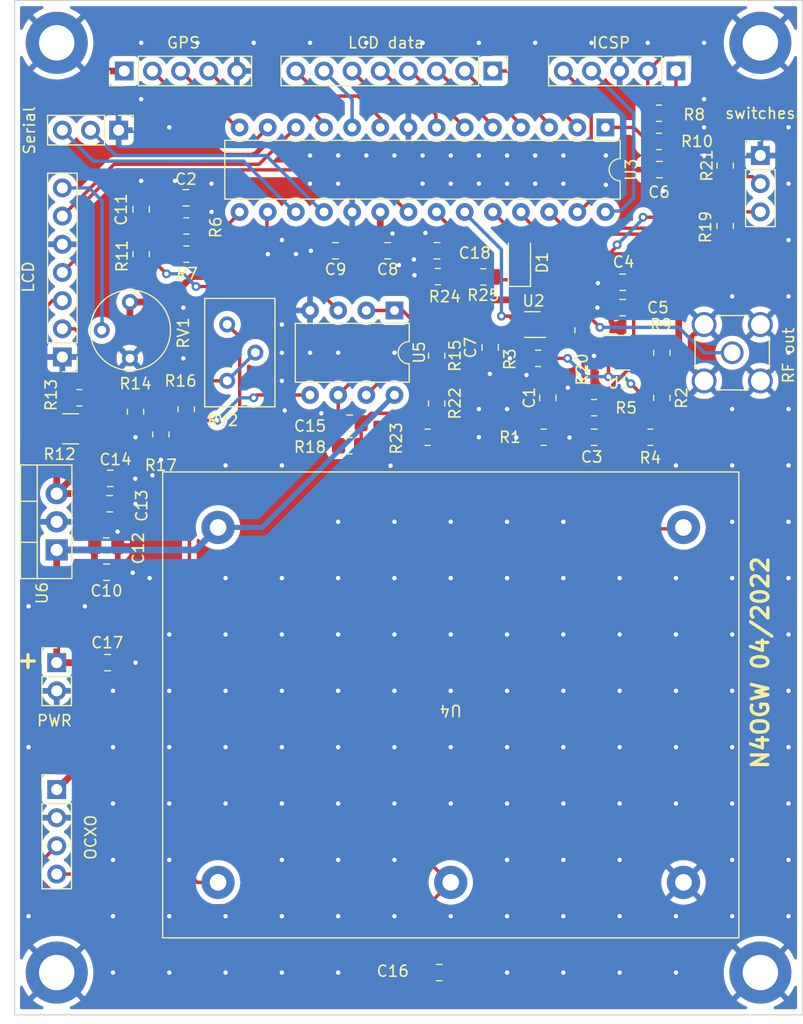
<source format=kicad_pcb>
(kicad_pcb (version 20211014) (generator pcbnew)
  (layers (0 "F.Cu" signal) (31 "B.Cu" signal) (34 "B.Paste" user) (35 "F.Paste" user) (36 "B.SilkS" user "B.Silkscreen") (37 "F.SilkS" user "F.Silkscreen") (38 "B.Mask" user) (39 "F.Mask" user) (44 "Edge.Cuts" user))
  (net 0 "")
  (net 1 "RFIN")
  (net 2 "Net-(C1-Pad2)")
  (net 3 "GND")
  (net 4 "PWM")
  (net 5 "Net-(C3-Pad2)")
  (net 6 "Net-(C4-Pad2)")
  (net 7 "PROG")
  (net 8 "+5V")
  (net 9 "+12V")
  (net 10 "Net-(C11-Pad2)")
  (net 11 "Net-(C15-Pad1)")
  (net 12 "EFC")
  (net 13 "RFOUT")
  (net 14 "RS")
  (net 15 "Net-(C15-Pad2)")
  (net 16 "E")
  (net 17 "GPSRX")
  (net 18 "GPSTX")
  (net 19 "PPS")
  (net 20 "VREF")
  (net 21 "ICSPDAT")
  (net 22 "ICSPCLK")
  (net 23 "D0")
  (net 24 "D1")
  (net 25 "D2")
  (net 26 "D3")
  (net 27 "D4")
  (net 28 "D5")
  (net 29 "D6")
  (net 30 "D7")
  (net 31 "S1")
  (net 32 "S2")
  (net 33 "Net-(R4-Pad2)")
  (net 34 "Net-(R6-Pad2)")
  (net 35 "Net-(R7-Pad1)")
  (net 36 "Net-(R10-Pad2)")
  (net 37 "10MHZ")
  (net 38 "TX")
  (net 39 "RX")
  (net 40 "Net-(J3-Pad3)")
  (net 41 "CON")
  (net 42 "Net-(R14-Pad2)")
  (net 43 "Net-(R15-Pad1)")
  (net 44 "Net-(R16-Pad2)")
  (net 45 "Net-(C18-Pad2)")
  (net 46 "Net-(D1-Pad1)")
  (net 47 "Net-(D1-Pad2)")
  (net 48 "Net-(R20-Pad2)")
  (net 49 "Net-(R22-Pad1)")
  (footprint "Potentiometer_THT:Potentiometer_Bourns_3299Y_Vertical" (layer "F.Cu") (at 99.205 68.57 90)
    (fp_text reference "RV2")
    (fp_text value "50k")
  )
  (footprint "Capacitor_SMD:C_0805_2012Metric_Pad1.18x1.45mm_HandSolder" (layer "F.Cu") (at 95.4825 57.15)
    (fp_text reference "C2")
    (fp_text value "1")
  )
  (footprint "Capacitor_SMD:C_0805_2012Metric_Pad1.18x1.45mm_HandSolder" (layer "F.Cu") (at 134.8955 67.056 180)
    (fp_text reference "C5")
    (fp_text value "0.1")
  )
  (footprint "Connector_PinHeader_2.54mm:PinHeader_1x04_P2.54mm_Vertical" (layer "F.Cu") (at 83.82 110.5)
    (fp_text reference "J5" hide)
    (fp_text value "OCXO")
  )
  (footprint "Resistor_SMD:R_0805_2012Metric_Pad1.20x1.40mm_HandSolder" (layer "F.Cu") (at 93.218 78.486 90)
    (fp_text reference "R17")
    (fp_text value "15k")
  )
  (footprint "Resistor_SMD:R_0805_2012Metric_Pad1.20x1.40mm_HandSolder" (layer "F.Cu") (at 138.43 75.2 90)
    (fp_text reference "R2")
    (fp_text value "1k")
  )
  (footprint "Resistor_SMD:R_0805_2012Metric_Pad1.20x1.40mm_HandSolder" (layer "F.Cu") (at 118.2116 64.262)
    (fp_text reference "R24")
    (fp_text value "10M")
  )
  (footprint "Capacitor_SMD:C_0805_2012Metric_Pad1.18x1.45mm_HandSolder" (layer "F.Cu") (at 134.8955 64.77)
    (fp_text reference "C4")
    (fp_text value "1")
  )
  (footprint "Capacitor_SMD:C_0805_2012Metric_Pad1.18x1.45mm_HandSolder" (layer "F.Cu") (at 88.646 82.4484 180)
    (fp_text reference "C14")
    (fp_text value "10")
  )
  (footprint "Connector_PinHeader_2.54mm:PinHeader_1x03_P2.54mm_Vertical" (layer "F.Cu") (at 147.32 53.34)
    (fp_text reference "J8" hide)
    (fp_text value "switches")
  )
  (footprint "Connector_PinHeader_2.54mm:PinHeader_1x08_P2.54mm_Vertical" (layer "F.Cu") (at 123.175 45.72 -90)
    (fp_text reference "J9" hide)
    (fp_text value "LCD data")
  )
  (footprint "Capacitor_SMD:C_0805_2012Metric_Pad1.18x1.45mm_HandSolder" (layer "F.Cu") (at 138.1975 54.61)
    (fp_text reference "C6")
    (fp_text value "0.01")
  )
  (footprint "Diode_SMD:D_SOD-123" (layer "F.Cu") (at 125.5776 62.8914 90)
    (fp_text reference "D1")
    (fp_text value "1N5711")
  )
  (footprint "Resistor_SMD:R_0805_2012Metric_Pad1.20x1.40mm_HandSolder" (layer "F.Cu") (at 95.52 59.69)
    (fp_text reference "R6")
    (fp_text value "1M")
  )
  (footprint "Resistor_SMD:R_0805_2012Metric_Pad1.20x1.40mm_HandSolder" (layer "F.Cu") (at 144.145 54.245 90)
    (fp_text reference "R21")
    (fp_text value "10k")
  )
  (footprint "Package_DIP:DIP-8_W7.62mm" (layer "F.Cu") (at 114.3 67.31 -90)
    (fp_text reference "U5")
    (fp_text value "LM358")
  )
  (footprint "Resistor_SMD:R_0805_2012Metric_Pad1.20x1.40mm_HandSolder" (layer "F.Cu") (at 118.11 71.39 -90)
    (fp_text reference "R15")
    (fp_text value "50k")
  )
  (footprint "Connector_PinHeader_2.54mm:PinHeader_1x07_P2.54mm_Vertical" (layer "F.Cu") (at 84.328 71.501 180)
    (fp_text reference "J3" hide)
    (fp_text value "LCD")
  )
  (footprint "Resistor_SMD:R_0805_2012Metric_Pad1.20x1.40mm_HandSolder" (layer "F.Cu") (at 85.868 75.184 180)
    (fp_text reference "R13")
    (fp_text value "0")
  )
  (footprint "Resistor_SMD:R_0805_2012Metric_Pad1.20x1.40mm_HandSolder" (layer "F.Cu") (at 118.11 75.692 -90)
    (fp_text reference "R22")
    (fp_text value "100")
  )
  (footprint "Resistor_SMD:R_1210_3225Metric_Pad1.30x2.65mm_HandSolder" (layer "F.Cu") (at 85.064 77.978 180)
    (fp_text reference "R12")
    (fp_text value "0")
  )
  (footprint "Resistor_SMD:R_0805_2012Metric_Pad1.20x1.40mm_HandSolder" (layer "F.Cu") (at 127.762 78.74)
    (fp_text reference "R1")
    (fp_text value "50")
  )
  (footprint "Resistor_SMD:R_0805_2012Metric_Pad1.20x1.40mm_HandSolder" (layer "F.Cu") (at 131.318 69.088 -90)
    (fp_text reference "R20")
    (fp_text value "50")
  )
  (footprint "Package_TO_SOT_THT:TO-220-3_Vertical" (layer "F.Cu") (at 83.82 88.9 90)
    (fp_text reference "U6")
    (fp_text value "LM7805")
  )
  (footprint "Capacitor_SMD:C_0805_2012Metric_Pad1.18x1.45mm_HandSolder" (layer "F.Cu") (at 128.143 75.184 90)
    (fp_text reference "C1")
    (fp_text value "0.1")
  )
  (footprint "Resistor_SMD:R_0805_2012Metric_Pad1.20x1.40mm_HandSolder" (layer "F.Cu") (at 122.317 64.2874 180)
    (fp_text reference "R25")
    (fp_text value "3.9k")
  )
  (footprint "Capacitor_SMD:C_0805_2012Metric_Pad1.18x1.45mm_HandSolder" (layer "F.Cu") (at 110.2575 77.47)
    (fp_text reference "C15")
    (fp_text value "0.1")
  )
  (footprint "gpsdo:uct8663" (layer "F.Cu") (at 119.38 102.87 180)
    (fp_text reference "U4")
    (fp_text value "uct8663")
  )
  (footprint "Package_TO_SOT_SMD:SOT-23-6" (layer "F.Cu") (at 134.7525 71.12)
    (fp_text reference "U1")
    (fp_text value "ADA4851")
  )
  (footprint "Potentiometer_THT:Potentiometer_Vishay_T7-YA_Single_Vertical" (layer "F.Cu") (at 90.424 66.548 180)
    (fp_text reference "RV1")
    (fp_text value "22k")
  )
  (footprint "Resistor_SMD:R_0805_2012Metric_Pad1.20x1.40mm_HandSolder" (layer "F.Cu") (at 95.504 76.216 -90)
    (fp_text reference "R16")
    (fp_text value "10k")
  )
  (footprint "Capacitor_SMD:C_0805_2012Metric_Pad1.18x1.45mm_HandSolder" (layer "F.Cu") (at 91.44 58.1875 -90)
    (fp_text reference "C11")
    (fp_text value "1")
  )
  (footprint "Connector_Coaxial:SMA_Amphenol_901-144_Vertical" (layer "F.Cu") (at 144.78 71.12)
    (fp_text reference "J1" hide)
    (fp_text value "RF out")
  )
  (footprint "Capacitor_SMD:C_0805_2012Metric_Pad1.18x1.45mm_HandSolder" (layer "F.Cu") (at 108.9875 61.9252 180)
    (fp_text reference "C9")
    (fp_text value "0.1")
  )
  (footprint "Resistor_SMD:R_0805_2012Metric_Pad1.20x1.40mm_HandSolder" (layer "F.Cu") (at 127.254 71.628)
    (fp_text reference "R3")
    (fp_text value "1k")
  )
  (footprint "Capacitor_SMD:C_0805_2012Metric_Pad1.18x1.45mm_HandSolder" (layer "F.Cu") (at 88.2904 88.5444 180)
    (fp_text reference "C12")
    (fp_text value "0.1")
  )
  (footprint "Connector_PinHeader_2.54mm:PinHeader_1x05_P2.54mm_Vertical" (layer "F.Cu") (at 139.7 45.72 -90)
    (fp_text reference "J6" hide)
    (fp_text value "ICSP")
  )
  (footprint "Resistor_SMD:R_0805_2012Metric_Pad1.20x1.40mm_HandSolder" (layer "F.Cu") (at 138.16 52.07 180)
    (fp_text reference "R10")
    (fp_text value "100")
  )
  (footprint "MountingHole:MountingHole_3.2mm_M3_DIN965_Pad" (layer "F.Cu") (at 147.32 127)
    (fp_text reference "H2" hide)
    (fp_text value "GND")
  )
  (footprint "Capacitor_SMD:C_0805_2012Metric_Pad1.18x1.45mm_HandSolder" (layer "F.Cu") (at 132.3125 78.74)
    (fp_text reference "C3")
    (fp_text value "0.1")
  )
  (footprint "Connector_PinHeader_2.54mm:PinHeader_1x03_P2.54mm_Vertical" (layer "F.Cu") (at 89.408 51.054 -90)
    (fp_text reference "J2" hide)
    (fp_text value "Serial")
  )
  (footprint "Resistor_SMD:R_0805_2012Metric_Pad1.20x1.40mm_HandSolder" (layer "F.Cu") (at 132.318 76.073 180)
    (fp_text reference "R5")
    (fp_text value "560")
  )
  (footprint "MountingHole:MountingHole_3.2mm_M3_DIN965_Pad" (layer "F.Cu") (at 83.82 43.18)
    (fp_text reference "H3" hide)
    (fp_text value "GND")
  )
  (footprint "Capacitor_SMD:C_0805_2012Metric_Pad1.18x1.45mm_HandSolder" (layer "F.Cu") (at 113.6865 61.9252 180)
    (fp_text reference "C8")
    (fp_text value "1")
  )
  (footprint "Resistor_SMD:R_0805_2012Metric_Pad1.20x1.40mm_HandSolder" (layer "F.Cu") (at 117.2878 78.74 180)
    (fp_text reference "R23")
    (fp_text value "0")
  )
  (footprint "Resistor_SMD:R_0805_2012Metric_Pad1.20x1.40mm_HandSolder" (layer "F.Cu") (at 95.52 62.23 180)
    (fp_text reference "R7")
    (fp_text value "3.9k")
  )
  (footprint "Package_TO_SOT_SMD:SOT-353_SC-70-5_Handsoldering" (layer "F.Cu") (at 126.746 68.58 180)
    (fp_text reference "U2")
    (fp_text value "74LVC1G14")
  )
  (footprint "Resistor_SMD:R_0805_2012Metric_Pad1.20x1.40mm_HandSolder" (layer "F.Cu") (at 110.252 79.502)
    (fp_text reference "R18")
    (fp_text value "10k")
  )
  (footprint "Resistor_SMD:R_0805_2012Metric_Pad1.20x1.40mm_HandSolder" (layer "F.Cu") (at 91.44 62.23 -90)
    (fp_text reference "R11")
    (fp_text value "1k")
  )
  (footprint "Resistor_SMD:R_0805_2012Metric_Pad1.20x1.40mm_HandSolder" (layer "F.Cu") (at 138.16 49.53 180)
    (fp_text reference "R8")
    (fp_text value "10k")
  )
  (footprint "Capacitor_SMD:C_0805_2012Metric_Pad1.18x1.45mm_HandSolder" (layer "F.Cu") (at 118.1393 61.9252)
    (fp_text reference "C18")
    (fp_text value "0.001")
  )
  (footprint "MountingHole:MountingHole_3.2mm_M3_DIN965_Pad" (layer "F.Cu") (at 147.32 43.18)
    (fp_text reference "H1" hide)
    (fp_text value "GND")
  )
  (footprint "Resistor_SMD:R_0805_2012Metric_Pad1.20x1.40mm_HandSolder" (layer "F.Cu") (at 90.932 76.438 90)
    (fp_text reference "R14")
    (fp_text value "15k")
  )
  (footprint "Capacitor_SMD:C_0805_2012Metric_Pad1.18x1.45mm_HandSolder" (layer "F.Cu") (at 88.5991 84.7344 180)
    (fp_text reference "C13")
    (fp_text value "0.1")
  )
  (footprint "Resistor_SMD:R_0805_2012Metric_Pad1.20x1.40mm_HandSolder" (layer "F.Cu") (at 144.145 59.69 90)
    (fp_text reference "R19")
    (fp_text value "10k")
  )
  (footprint "Capacitor_SMD:C_0805_2012Metric_Pad1.18x1.45mm_HandSolder" (layer "F.Cu") (at 122.936 70.6335 -90)
    (fp_text reference "C7")
    (fp_text value "0.1")
  )
  (footprint "Resistor_SMD:R_0805_2012Metric_Pad1.20x1.40mm_HandSolder" (layer "F.Cu") (at 138.43 71.12 -90)
    (fp_text reference "R9")
    (fp_text value "10")
  )
  (footprint "Capacitor_SMD:C_0805_2012Metric_Pad1.18x1.45mm_HandSolder" (layer "F.Cu") (at 88.3119 90.9066 180)
    (fp_text reference "C10")
    (fp_text value "10")
  )
  (footprint "Capacitor_SMD:C_0805_2012Metric_Pad1.18x1.45mm_HandSolder" (layer "F.Cu") (at 88.4135 99.06)
    (fp_text reference "C17")
    (fp_text value "0.1")
  )
  (footprint "Connector_PinHeader_2.54mm:PinHeader_1x02_P2.54mm_Vertical" (layer "F.Cu") (at 83.82 99.06)
    (fp_text reference "J7" hide)
    (fp_text value "PWR")
  )
  (footprint "Connector_PinHeader_2.54mm:PinHeader_1x05_P2.54mm_Vertical" (layer "F.Cu") (at 89.916 45.72 90)
    (fp_text reference "J4" hide)
    (fp_text value "GPS")
  )
  (footprint "Resistor_SMD:R_0805_2012Metric_Pad1.20x1.40mm_HandSolder" (layer "F.Cu") (at 137.398 78.74)
    (fp_text reference "R4")
    (fp_text value "270")
  )
  (footprint "Package_DIP:DIP-28_W7.62mm" (layer "F.Cu") (at 133.34 50.81 -90)
    (fp_text reference "U3")
    (fp_text value "PIC16F18456")
  )
  (footprint "Capacitor_SMD:C_0805_2012Metric_Pad1.18x1.45mm_HandSolder" (layer "F.Cu") (at 118.3425 127)
    (fp_text reference "C16")
    (fp_text value "0.1")
  )
  (footprint "MountingHole:MountingHole_3.2mm_M3_DIN965_Pad" (layer "F.Cu") (at 83.82 127)
    (fp_text reference "H4" hide)
    (fp_text value "GND")
  )
  (gr_rect (start 80.01 39.37) (end 151.13 130.81) (layer "Edge.Cuts") (width 0.1) (fill none))
  (gr_text "N4OGW 04/2022" (at 147.32 99.06 90) (layer "F.SilkS") (effects (font (size 1.5 1.5) (thickness 0.3))))
  (gr_text "+" (at 81.2292 98.806) (layer "F.SilkS") (effects (font (size 1.5 1.5) (thickness 0.3))))
  (segment (start 128.143 78.105) (end 137.033 86.995) (width 0.3048) (layer "F.Cu") (net 1))
  (segment (start 137.033 86.995) (end 140.335 86.995) (width 0.3048) (layer "F.Cu") (net 1))
  (segment (start 128.143 76.2215) (end 128.143 78.105) (width 0.3048) (layer "F.Cu") (net 1))
  (segment (start 133.615 72.07) (end 133.615 73.268) (width 0.3048) (layer "F.Cu") (net 2))
  (segment (start 133.615 73.268) (end 133.604 73.279) (width 0.3048) (layer "F.Cu") (net 2))
  (segment (start 128.143 74.1465) (end 128.143 71.755) (width 0.3048) (layer "F.Cu") (net 2))
  (segment (start 128.143 71.755) (end 128.27 71.628) (width 0.3048) (layer "F.Cu") (net 2))
  (segment (start 137.922 76.2) (end 138.43 76.2) (width 0.3048) (layer "F.Cu") (net 2))
  (segment (start 129.921 71.628) (end 128.143 71.628) (width 0.3048) (layer "F.Cu") (net 2))
  (segment (start 135.636 73.914) (end 137.922 76.2) (width 0.3048) (layer "F.Cu") (net 2))
  (via (at 135.636 73.914) (size 0.8) (drill 0.4) (layers "F.Cu" "B.Cu") (net 2))
  (via (at 133.604 73.279) (size 0.8) (drill 0.4) (layers "F.Cu" "B.Cu") (net 2))
  (via (at 129.921 71.628) (size 0.8) (drill 0.4) (layers "F.Cu" "B.Cu") (net 2))
  (segment (start 135.636 73.914) (end 135.001 73.279) (width 0.3048) (layer "B.Cu") (net 2))
  (segment (start 133.604 73.279) (end 131.572 73.279) (width 0.3048) (layer "B.Cu") (net 2))
  (segment (start 135.001 73.279) (end 133.604 73.279) (width 0.3048) (layer "B.Cu") (net 2))
  (segment (start 131.572 73.279) (end 129.921 71.628) (width 0.3048) (layer "B.Cu") (net 2))
  (segment (start 116.7638 62.0014) (end 116.7638 61.849) (width 0.3048) (layer "F.Cu") (net 3))
  (segment (start 129.1308 67.93) (end 129.62 67.4408) (width 0.3048) (layer "F.Cu") (net 3))
  (segment (start 130.0048 67.056) (end 132.6134 67.056) (width 0.3048) (layer "F.Cu") (net 3))
  (segment (start 116.2304 64.262) (end 116.1034 64.135) (width 0.3048) (layer "F.Cu") (net 3))
  (segment (start 128.076 67.93) (end 129.1308 67.93) (width 0.3048) (layer "F.Cu") (net 3))
  (segment (start 129.62 67.4408) (end 130.0048 67.056) (width 0.3048) (layer "F.Cu") (net 3))
  (segment (start 116.0526 62.7126) (end 116.7638 62.0014) (width 0.3048) (layer "F.Cu") (net 3))
  (segment (start 117.2116 64.262) (end 116.2304 64.262) (width 0.3048) (layer "F.Cu") (net 3))
  (via (at 109.22 55.88) (size 0.8) (drill 0.4) (layers "F.Cu" "B.Cu") (net 3))
  (via (at 111.76 53.34) (size 0.8) (drill 0.4) (layers "F.Cu" "B.Cu") (net 3))
  (via (at 104.14 106.68) (size 0.8) (drill 0.4) (layers "F.Cu" "B.Cu") (net 3))
  (via (at 122.9106 73.025) (size 0.8) (drill 0.4) (layers "F.Cu" "B.Cu") (net 3))
  (via (at 106.68 53.34) (size 0.8) (drill 0.4) (layers "F.Cu" "B.Cu") (net 3))
  (via (at 144.78 116.84) (size 0.8) (drill 0.4) (layers "F.Cu" "B.Cu") (net 3))
  (via (at 144.78 91.44) (size 0.8) (drill 0.4) (layers "F.Cu" "B.Cu") (net 3))
  (via (at 134.62 106.68) (size 0.8) (drill 0.4) (layers "F.Cu" "B.Cu") (net 3))
  (via (at 114.3 53.34) (size 0.8) (drill 0.4) (layers "F.Cu" "B.Cu") (net 3))
  (via (at 93.98 101.6) (size 0.8) (drill 0.4) (layers "F.Cu" "B.Cu") (net 3))
  (via (at 114.1222 60.3758) (size 0.8) (drill 0.4) (layers "F.Cu" "B.Cu") (net 3))
  (via (at 104.14 71.12) (size 0.8) (drill 0.4) (layers "F.Cu" "B.Cu") (net 3))
  (via (at 94.488 55.626) (size 0.8) (drill 0.4) (layers "F.Cu" "B.Cu") (net 3))
  (via (at 149.86 55.88) (size 0.8) (drill 0.4) (layers "F.Cu" "B.Cu") (net 3))
  (via (at 124.46 101.6) (size 0.8) (drill 0.4) (layers "F.Cu" "B.Cu") (net 3))
  (via (at 81.28 121.92) (size 0.8) (drill 0.4) (layers "F.Cu" "B.Cu") (net 3))
  (via (at 149.86 111.76) (size 0.8) (drill 0.4) (layers "F.Cu" "B.Cu") (net 3))
  (via (at 124.46 96.52) (size 0.8) (drill 0.4) (layers "F.Cu" "B.Cu") (net 3))
  (via (at 127 53.34) (size 0.8) (drill 0.4) (layers "F.Cu" "B.Cu") (net 3))
  (via (at 129.54 121.92) (size 0.8) (drill 0.4) (layers "F.Cu" "B.Cu") (net 3))
  (via (at 129.54 53.34) (size 0.8) (drill 0.4) (layers "F.Cu" "B.Cu") (net 3))
  (via (at 109.22 101.6) (size 0.8) (drill 0.4) (layers "F.Cu" "B.Cu") (net 3))
  (via (at 93.98 111.76) (size 0.8) (drill 0.4) (layers "F.Cu" "B.Cu") (net 3))
  (via (at 99.06 111.76) (size 0.8) (drill 0.4) (layers "F.Cu" "B.Cu") (net 3))
  (via (at 104.14 81.28) (size 0.8) (drill 0.4) (layers "F.Cu" "B.Cu") (net 3))
  (via (at 132.3086 71.3994) (size 0.8) (drill 0.4) (layers "F.Cu" "B.Cu") (net 3))
  (via (at 101.6 43.18) (size 0.8) (drill 0.4) (layers "F.Cu" "B.Cu") (net 3))
  (via (at 149.86 91.44) (size 0.8) (drill 0.4) (layers "F.Cu" "B.Cu") (net 3))
  (via (at 106.68 71.12) (size 0.8) (drill 0.4) (layers "F.Cu" "B.Cu") (net 3))
  (via (at 129.54 101.6) (size 0.8) (drill 0.4) (layers "F.Cu" "B.Cu") (net 3))
  (via (at 109.22 96.52) (size 0.8) (drill 0.4) (layers "F.Cu" "B.Cu") (net 3))
  (via (at 125.2982 78.7654) (size 0.8) (drill 0.4) (layers "F.Cu" "B.Cu") (net 3))
  (via (at 134.62 96.52) (size 0.8) (drill 0.4) (layers "F.Cu" "B.Cu") (net 3))
  (via (at 119.38 111.76) (size 0.8) (drill 0.4) (layers "F.Cu" "B.Cu") (net 3))
  (via (at 139.7 81.28) (size 0.8) (drill 0.4) (layers "F.Cu" "B.Cu") (net 3))
  (via (at 90.678 90.9574) (size 0.8) (drill 0.4) (layers "F.Cu" "B.Cu") (net 3))
  (via (at 109.22 106.68) (size 0.8) (drill 0.4) (layers "F.Cu" "B.Cu") (net 3))
  (via (at 139.7 106.68) (size 0.8) (drill 0.4) (layers "F.Cu" "B.Cu") (net 3))
  (via (at 104.14 60.96) (size 0.8) (drill 0.4) (layers "F.Cu" "B.Cu") (net 3))
  (via (at 129.54 91.44) (size 0.8) (drill 0.4) (layers "F.Cu" "B.Cu") (net 3))
  (via (at 90.932 84.7598) (size 0.8) (drill 0.4) (layers "F.Cu" "B.Cu") (net 3))
  (via (at 142.24 43.18) (size 0.8) (drill 0.4) (layers "F.Cu" "B.Cu") (net 3))
  (via (at 109.22 86.36) (size 0.8) (drill 0.4) (layers "F.Cu" "B.Cu") (net 3))
  (via (at 104.14 101.6) (size 0.8) (drill 0.4) (layers "F.Cu" "B.Cu") (net 3))
  (via (at 129.9464 74.2696) (size 0.8) (drill 0.4) (layers "F.Cu" "B.Cu") (net 3))
  (via (at 139.7 127) (size 0.8) (drill 0.4) (layers "F.Cu" "B.Cu") (net 3))
  (via (at 142.24 48.26) (size 0.8) (drill 0.4) (layers "F.Cu" "B.Cu") (net 3))
  (via (at 92.202 91.44) (size 0.8) (drill 0.4) (layers "F.Cu" "B.Cu") (net 3))
  (via (at 121.92 76.2) (size 0.8) (drill 0.4) (layers "F.Cu" "B.Cu") (net 3))
  (via (at 149.86 60.96) (size 0.8) (drill 0.4) (layers "F.Cu" "B.Cu") (net 3))
  (via (at 109.22 121.92) (size 0.8) (drill 0.4) (layers "F.Cu" "B.Cu") (net 3))
  (via (at 114.3 71.12) (size 0.8) (drill 0.4) (layers "F.Cu" "B.Cu") (net 3))
  (via (at 93.98 121.92) (size 0.8) (drill 0.4) (layers "F.Cu" "B.Cu") (net 3))
  (via (at 139.7 96.52) (size 0.8) (drill 0.4) (layers "F.Cu" "B.Cu") (net 3))
  (via (at 117.094 60.325) (size 0.8) (drill 0.4) (layers "F.Cu" "B.Cu") (net 3))
  (via (at 81.28 106.68) (size 0.8) (drill 0.4) (layers "F.Cu" "B.Cu") (net 3))
  (via (at 104.14 91.44) (size 0.8) (drill 0.4) (layers "F.Cu" "B.Cu") (net 3))
  (via (at 121.92 55.88) (size 0.8) (drill 0.4) (layers "F.Cu" "B.Cu") (net 3))
  (via (at 93.98 116.84) (size 0.8) (drill 0.4) (layers "F.Cu" "B.Cu") (net 3))
  (via (at 124.46 55.88) (size 0.8) (drill 0.4) (layers "F.Cu" "B.Cu") (net 3))
  (via (at 124.46 121.92) (size 0.8) (drill 0.4) (layers "F.Cu" "B.Cu") (net 3))
  (via (at 116.84 53.34) (size 0.8) (drill 0.4) (layers "F.Cu" "B.Cu") (net 3))
  (via (at 81.28 93.98) (size 0.8) (drill 0.4) (layers "F.Cu" "B.Cu") (net 3))
  (via (at 134.62 116.84) (size 0.8) (drill 0.4) (layers "F.Cu" "B.Cu") (net 3))
  (via (at 104.14 121.92) (size 0.8) (drill 0.4) (layers "F.Cu" "B.Cu") (net 3))
  (via (at 95.25 71.628) (size 0.8) (drill 0.4) (layers "F.Cu" "B.Cu") (net 3))
  (via (at 97.79 58.42) (size 0.8) (drill 0.4) (layers "F.Cu" "B.Cu") (net 3))
  (via (at 113.9444 81.3054) (size 0.8) (drill 0.4) (layers "F.Cu" "B.Cu") (net 3))
  (via (at 114.3 121.92) (size 0.8) (drill 0.4) (layers "F.Cu" "B.Cu") (net 3))
  (via (at 105.41 62.23) (size 0.8) (drill 0.4) (layers "F.Cu" "B.Cu") (net 3))
  (via (at 119.38 121.92) (size 0.8) (drill 0.4) (layers "F.Cu" "B.Cu") (net 3))
  (via (at 88.9 116.84) (size 0.8) (drill 0.4) (layers "F.Cu" "B.Cu") (net 3))
  (via (at 106.68 43.18) (size 0.8) (drill 0.4) (layers "F.Cu" "B.Cu") (net 3))
  (via (at 142.24 50.8) (size 0.8) (drill 0.4) (layers "F.Cu" "B.Cu") (net 3))
  (via (at 104.14 116.84) (size 0.8) (drill 0.4) (layers "F.Cu" "B.Cu") (net 3))
  (via (at 104.14 68.58) (size 0.8) (drill 0.4) (layers "F.Cu" "B.Cu") (net 3))
  (via (at 144.78 86.36) (size 0.8) (drill 0.4) (layers "F.Cu" "B.Cu") (net 3))
  (via (at 134.62 91.44) (size 0.8) (drill 0.4) (layers "F.Cu" "B.Cu") (net 3))
  (via (at 133.3754 53.34) (size 0.8) (drill 0.4) (layers "F.Cu" "B.Cu") (net 3))
  (via (at 144.78 96.52) (size 0.8) (drill 0.4) (layers "F.Cu" "B.Cu") (net 3))
  (via (at 114.3 106.68) (size 0.8) (drill 0.4) (layers "F.Cu" "B.Cu") (net 3))
  (via (at 91.44 55.626) (size 0.8) (drill 0.4) (layers "F.Cu" "B.Cu") (net 3))
  (via (at 86.36 93.98) (size 0.8) (drill 0.4) (layers "F.Cu" "B.Cu") (net 3))
  (via (at 149.86 66.04) (size 0.8) (drill 0.4) (layers "F.Cu" "B.Cu") (net 3))
  (via (at 99.06 127) (size 0.8) (drill 0.4) (layers "F.Cu" "B.Cu") (net 3))
  (via (at 121.92 53.34) (size 0.8) (drill 0.4) (layers "F.Cu" "B.Cu") (net 3))
  (via (at 106.7562 61.9252) (size 0.8) (drill 0.4) (layers "F.Cu" "B.Cu") (net 3))
  (via (at 99.06 81.28) (size 0.8) (drill 0.4) (layers "F.Cu" "B.Cu") (net 3))
  (via (at 111.76 43.18) (size 0.8) (drill 0.4) (layers "F.Cu" "B.Cu") (net 3))
  (via (at 130.0988 78.7654) (size 0.8) (drill 0.4) (layers "F.Cu" "B.Cu") (net 3))
  (via (at 93.98 96.52) (size 0.8) (drill 0.4) (layers "F.Cu" "B.Cu") (net 3))
  (via (at 124.46 116.84) (size 0.8) (drill 0.4) (layers "F.Cu" "B.Cu") (net 3))
  (via (at 149.86 71.12) (size 0.8) (drill 0.4) (layers "F.Cu" "B.Cu") (net 3))
  (via (at 132.6642 64.8462) (size 0.8) (drill 0.4) (layers "F.Cu" "B.Cu") (net 3))
  (via (at 116.84 55.88) (size 0.8) (drill 0.4) (layers "F.Cu" "B.Cu") (net 3))
  (via (at 99.06 91.44) (size 0.8) (drill 0.4) (layers "F.Cu" "B.Cu") (net 3))
  (via (at 126.2126 73.1266) (size 0.8) (drill 0.4) (layers "F.Cu" "B.Cu") (net 3))
  (via (at 124.714 71.628) (size 0.8) (drill 0.4) (layers "F.Cu" "B.Cu") (net 3))
  (via (at 144.78 106.68) (size 0.8) (drill 0.4) (layers "F.Cu" "B.Cu") (net 3))
  (via (at 149.86 96.52) (size 0.8) (drill 0.4) (layers "F.Cu" "B.Cu") (net 3))
  (via (at 149.86 86.36) (size 0.8) (drill 0.4) (layers "F.Cu" "B.Cu") (net 3))
  (via (at 119.38 53.34) (size 0.8) (drill 0.4) (layers "F.Cu" "B.Cu") (net 3))
  (via (at 129.54 111.76) (size 0.8) (drill 0.4) (layers "F.Cu" "B.Cu") (net 3))
  (via (at 88.9 111.76) (size 0.8) (drill 0.4) (layers "F.Cu" "B.Cu") (net 3))
  (via (at 139.7 111.76) (size 0.8) (drill 0.4) (layers "F.Cu" "B.Cu") (net 3))
  (via (at 144.78 121.92) (size 0.8) (drill 0.4) (layers "F.Cu" "B.Cu") (net 3))
  (via (at 149.86 116.84) (size 0.8) (drill 0.4) (layers "F.Cu" "B.Cu") (net 3))
  (via (at 129.54 96.52) (size 0.8) (drill 0.4) (layers "F.Cu" "B.Cu") (net 3))
  (via (at 149.86 50.8) (size 0.8) (drill 0.4) (layers "F.Cu" "B.Cu") (net 3))
  (via (at 114.3 101.6) (size 0.8) (drill 0.4) (layers "F.Cu" "B.Cu") (net 3))
  (via (at 132.08 43.18) (size 0.8) (drill 0.4) (layers "F.Cu" "B.Cu") (net 3))
  (via (at 124.46 127) (size 0.8) (drill 0.4) (layers "F.Cu" "B.Cu") (net 3))
  (via (at 102.87 62.23) (size 0.8) (drill 0.4) (layers "F.Cu" "B.Cu") (net 3))
  (via (at 104.14 111.76) (size 0.8) (drill 0.4) (layers "F.Cu" "B.Cu") (net 3))
  (via (at 90.932 78.74) (size 0.8) (drill 0.4) (layers "F.Cu" "B.Cu") (net 3))
  (via (at 109.22 127) (size 0.8) (drill 0.4) (layers "F.Cu" "B.Cu") (net 3))
  (via (at 95.25 67.056) (size 0.8) (drill 0.4) (layers "F.Cu" "B.Cu") (net 3))
  (via (at 88.9 127) (size 0.8) (drill 0.4) (layers "F.Cu" "B.Cu") (net 3))
  (via (at 99.06 106.68) (size 0.8) (drill 0.4) (layers "F.Cu" "B.Cu") (net 3))
  (via (at 93.218 80.772) (size 0.8) (drill 0.4) (layers "F.Cu" "B.Cu") (net 3))
  (via (at 109.22 71.12) (size 0.8) (drill 0.4) (layers "F.Cu" "B.Cu") (net 3))
  (via (at 114.3 86.36) (size 0.8) (drill 0.4) (layers "F.Cu" "B.Cu") (net 3))
  (via (at 109.22 111.76) (size 0.8) (drill 0.4) (layers "F.Cu" "B.Cu") (net 3))
  (via (at 109.22 91.44) (size 0.8) (drill 0.4) (layers "F.Cu" "B.Cu") (net 3))
  (via (at 149.86 101.6) (size 0.8) (drill 0.4) (layers "F.Cu" "B.Cu") (net 3))
  (via (at 104.394 76.327) (size 0.8) (drill 0.4) (layers "F.Cu" "B.Cu") (net 3))
  (via (at 124.46 76.2) (size 0.8) (drill 0.4) (layers "F.Cu" "B.Cu") (net 3))
  (via (at 124.46 106.68) (size 0.8) (drill 0.4) (layers "F.Cu" "B.Cu") (net 3))
  (via (at 127 43.18) (size 0.8) (drill 0.4) (layers "F.Cu" "B.Cu") (net 3))
  (via (at 93.98 127) (size 0.8) (drill 0.4) (layers "F.Cu" "B.Cu") (net 3))
  (via (at 149.86 81.28) (size 0.8) (drill 0.4) (layers "F.Cu" "B.Cu") (net 3))
  (via (at 149.86 106.68) (size 0.8) (drill 0.4) (layers "F.Cu" "B.Cu") (net 3))
  (via (at 114.7064 63.2206) (size 0.8) (drill 0.4) (layers "F.Cu" "B.Cu") (net 3))
  (via (at 104.14 96.52) (size 0.8) (drill 0.4) (layers "F.Cu" "B.Cu") (net 3))
  (via (at 88.9 101.6) (size 0.8) (drill 0.4) (layers "F.Cu" "B.Cu") (net 3))
  (via (at 124.46 53.34) (size 0.8) (drill 0.4) (layers "F.Cu" "B.Cu") (net 3))
  (via (at 90.9066 82.4738) (size 0.8) (drill 0.4) (layers "F.Cu" "B.Cu") (net 3))
  (via (at 109.22 116.84) (size 0.8) (drill 0.4) (layers "F.Cu" "B.Cu") (net 3))
  (via (at 149.86 76.2) (size 0.8) (drill 0.4) (layers "F.Cu" "B.Cu") (net 3))
  (via (at 106.68 55.88) (size 0.8) (drill 0.4) (layers "F.Cu" "B.Cu") (net 3))
  (via (at 104.14 73.66) (size 0.8) (drill 0.4) (layers "F.Cu" "B.Cu") (net 3))
  (via (at 91.44 43.18) (size 0.8) (drill 0.4) (layers "F.Cu" "B.Cu") (net 3))
  (via (at 119.38 55.88) (size 0.8) (drill 0.4) (layers "F.Cu" "B.Cu") (net 3))
  (via (at 124.46 86.36) (size 0.8) (drill 0.4) (layers "F.Cu" "B.Cu") (net 3))
  (via (at 144.78 76.2) (size 0.8) (drill 0.4) (layers "F.Cu" "B.Cu") (net 3))
  (via (at 114.3 116.84) (size 0.8) (drill 0.4) (layers "F.Cu" "B.Cu") (net 3))
  (via (at 90.932 99.06) (size 0.8) (drill 0.4) (layers "F.Cu" "B.Cu") (net 3))
  (via (at 88.9 121.92) (size 0.8) (drill 0.4) (layers "F.Cu" "B.Cu") (net 3))
  (via (at 142.24 53.34) (size 0.8) (drill 0.4) (layers "F.Cu" "B.Cu") (net 3))
  (via (at 124.46 91.44) (size 0.8) (drill 0.4) (layers "F.Cu" "B.Cu") (net 3))
  (via (at 134.62 121.92) (size 0.8) (drill 0.4) (layers "F.Cu" "B.Cu") (net 3))
  (via (at 129.54 86.36) (size 0.8) (drill 0.4) (layers "F.Cu" "B.Cu") (net 3))
  (via (at 139.7 121.92) (size 0.8) (drill 0.4) (layers "F.Cu" "B.Cu") (net 3))
  (via (at 144.78 81.28) (size 0.8) (drill 0.4) (layers "F.Cu" "B.Cu") (net 3))
  (via (at 138.557 56.5404) (size 0.8) (drill 0.4) (layers "F.Cu" "B.Cu") (net 3))
  (via (at 91.44 48.26) (size 0.8) (drill 0.4) (layers "F.Cu" "B.Cu") (net 3))
  (via (at 99.06 96.52) (size 0.8) (drill 0.4) (layers "F.Cu" "B.Cu") (net 3))
  (via (at 144.78 66.04) (size 0.8) (drill 0.4) (layers "F.Cu" "B.Cu") (net 3))
  (via (at 119.38 91.44) (size 0.8) (drill 0.4) (layers "F.Cu" "B.Cu") (net 3))
  (via (at 149.86 121.92) (size 0.8) (drill 0.4) (layers "F.Cu" "B.Cu") (net 3))
  (via (at 144.78 101.6) (size 0.8) (drill 0.4) (layers "F.Cu" "B.Cu") (net 3))
  (via (at 121.92 43.18) (size 0.8) (drill 0.4) (layers "F.Cu" "B.Cu") (net 3))
  (via (at 129.54 116.84) (size 0.8) (drill 0.4) (layers "F.Cu" "B.Cu") (net 3))
  (via (at 107.696 76.581) (size 0.8) (drill 0.4) (layers "F.Cu" "B.Cu") (net 3))
  (via (at 134.62 111.76) (size 0.8) (drill 0.4) (layers "F.Cu" "B.Cu") (net 3))
  (via (at 129.54 127) (size 0.8) (drill 0.4) (layers "F.Cu" "B.Cu") (net 3))
  (via (at 121.92 78.74) (size 0.8) (drill 0.4) (layers "F.Cu" "B.Cu") (net 3))
  (via (at 134.62 127) (size 0.8) (drill 0.4) (layers "F.Cu" "B.Cu") (net 3))
  (via (at 133.3754 55.9816) (size 0.8) (drill 0.4) (layers "F.Cu" "B.Cu") (net 3))
  (via (at 116.1034 64.135) (size 0.8) (drill 0.4) (layers "F.Cu" "B.Cu") (net 3))
  (via (at 93.98 106.68) (size 0.8) (drill 0.4) (layers "F.Cu" "B.Cu") (net 3))
  (via (at 99.06 101.6) (size 0.8) (drill 0.4) (layers "F.Cu" "B.Cu") (net 3))
  (via (at 124.46 111.76) (size 0.8) (drill 0.4) (layers "F.Cu" "B.Cu") (net 3))
  (via (at 114.3 96.52) (size 0.8) (drill 0.4) (layers "F.Cu" "B.Cu") (net 3))
  (via (at 119.38 86.36) (size 0.8) (drill 0.4) (layers "F.Cu" "B.Cu") (net 3))
  (via (at 119.38 96.52) (size 0.8) (drill 0.4) (layers "F.Cu" "B.Cu") (net 3))
  (via (at 116.0526 62.7126) (size 0.8) (drill 0.4) (layers "F.Cu" "B.Cu") (net 3))
  (via (at 97.79 55.88) (size 0.8) (drill 0.4) (layers "F.Cu" "B.Cu") (net 3))
  (via (at 114.3 91.44) (size 0.8) (drill 0.4) (layers "F.Cu" "B.Cu") (net 3))
  (via (at 139.7 91.44) (size 0.8) (drill 0.4) (layers "F.Cu" "B.Cu") (net 3))
  (via (at 99.06 121.92) (size 0.8) (drill 0.4) (layers "F.Cu" "B.Cu") (net 3))
  (via (at 104.14 127) (size 0.8) (drill 0.4) (layers "F.Cu" "B.Cu") (net 3))
  (via (at 89.3064 87.249) (size 0.8) (drill 0.4) (layers "F.Cu" "B.Cu") (net 3))
  (via (at 109.22 53.34) (size 0.8) (drill 0.4) (layers "F.Cu" "B.Cu") (net 3))
  (via (at 119.38 106.68) (size 0.8) (drill 0.4) (layers "F.Cu" "B.Cu") (net 3))
  (via (at 96.52 43.18) (size 0.8) (drill 0.4) (layers "F.Cu" "B.Cu") (net 3))
  (via (at 114.3 111.76) (size 0.8) (drill 0.4) (layers "F.Cu" "B.Cu") (net 3))
  (via (at 144.78 111.76) (size 0.8) (drill 0.4) (layers "F.Cu" "B.Cu") (net 3))
  (via (at 134.62 101.6) (size 0.8) (drill 0.4) (layers "F.Cu" "B.Cu") (net 3))
  (via (at 129.54 106.68) (size 0.8) (drill 0.4) (layers "F.Cu" "B.Cu") (net 3))
  (via (at 92.456 82.169) (size 0.8) (drill 0.4) (layers "F.Cu" "B.Cu") (net 3))
  (via (at 93.98 50.8) (size 0.8) (drill 0.4) (layers "F.Cu" "B.Cu") (net 3))
  (via (at 137.16 43.18) (size 0.8) (drill 0.4) (layers "F.Cu" "B.Cu") (net 3))
  (via (at 129.54 55.88) (size 0.8) (drill 0.4) (layers "F.Cu" "B.Cu") (net 3))
  (via (at 132.6134 67.056) (size 0.8) (drill 0.4) (layers "F.Cu" "B.Cu") (net 3))
  (via (at 116.84 43.18) (size 0.8) (drill 0.4) (layers "F.Cu" "B.Cu") (net 3))
  (via (at 119.38 101.6) (size 0.8) (drill 0.4) (layers "F.Cu" "B.Cu") (net 3))
  (via (at 127 55.88) (size 0.8) (drill 0.4) (layers "F.Cu" "B.Cu") (net 3))
  (via (at 88.9 106.68) (size 0.8) (drill 0.4) (layers "F.Cu" "B.Cu") (net 3))
  (via (at 139.7 101.6) (size 0.8) (drill 0.4) (layers "F.Cu" "B.Cu") (net 3))
  (segment (start 94.52 59.15) (end 96.52 57.15) (width 0.3048) (layer "F.Cu") (net 4))
  (segment (start 94.52 62.23) (end 94.52 59.69) (width 0.3048) (layer "F.Cu") (net 4))
  (segment (start 92.44 62.23) (end 91.44 61.23) (width 0.3048) (layer "F.Cu") (net 4))
  (segment (start 94.52 62.23) (end 92.44 62.23) (width 0.3048) (layer "F.Cu") (net 4))
  (segment (start 136.398 78.74) (end 133.604 78.74) (width 0.3048) (layer "F.Cu") (net 5))
  (segment (start 135.89 70.17) (end 135.89 64.77) (width 0.3048) (layer "F.Cu") (net 6))
  (segment (start 138.43 70.12) (end 135.874 70.12) (width 0.3048) (layer "F.Cu") (net 6))
  (segment (start 139.7 48.99) (end 139.16 49.53) (width 0.3048) (layer "F.Cu") (net 7))
  (segment (start 139.16 52.07) (end 139.16 54.535) (width 0.3048) (layer "F.Cu") (net 7))
  (segment (start 139.16 52.07) (end 139.16 49.53) (width 0.3048) (layer "F.Cu") (net 7))
  (segment (start 139.7 45.72) (end 139.7 48.99) (width 0.3048) (layer "F.Cu") (net 7))
  (segment (start 139.16 54.535) (end 139.235 54.61) (width 0.3048) (layer "F.Cu") (net 7))
  (segment (start 87.249 84.709) (end 86.6521 84.1121) (width 0.6096) (layer "F.Cu") (net 8))
  (segment (start 139.954 66.04) (end 139.954 70.866) (width 0.6096) (layer "F.Cu") (net 8))
  (segment (start 87.2482 84.7082) (end 87.249 84.709) (width 0.6096) (layer "F.Cu") (net 8))
  (segment (start 136.271 62.357) (end 139.954 66.04) (width 0.6096) (layer "F.Cu") (net 8))
  (segment (start 86.36 83.82) (end 87.4776 82.7024) (width 0.6096) (layer "F.Cu") (net 8))
  (segment (start 81.38528 79.09928) (end 81.38528 49.67872) (width 0.6096) (layer "F.Cu") (net 8))
  (segment (start 138.6332 44.2468) (end 141.0462 44.2468) (width 0.3048) (layer "F.Cu") (net 8))
  (segment (start 116.901385 66.355385) (end 117.540615 66.355385) (width 0.6096) (layer "F.Cu") (net 8))
  (segment (start 137.16 45.72) (end 137.16 49.53) (width 0.3048) (layer "F.Cu") (net 8))
  (segment (start 138.43 72.12) (end 138.43 74.168) (width 0.3048) (layer "F.Cu") (net 8))
  (segment (start 86.6521 84.1121) (end 87.2236 84.6836) (width 0.6096) (layer "F.Cu") (net 8))
  (segment (start 88.392 45.72) (end 89.916 45.72) (width 0.6096) (layer "F.Cu") (net 8))
  (segment (start 137.16 45.72) (end 138.6332 44.2468) (width 0.3048) (layer "F.Cu") (net 8))
  (segment (start 88.011 79.375) (end 88.011 79.629) (width 0.3048) (layer "F.Cu") (net 8))
  (segment (start 86.868 75.184) (end 88.8238 75.184) (width 0.3048) (layer "F.Cu") (net 8))
  (segment (start 133.5278 62.357) (end 136.271 62.357) (width 0.6096) (layer "F.Cu") (net 8))
  (segment (start 86.36 47.752) (end 88.392 45.72) (width 0.6096) (layer "F.Cu") (net 8))
  (segment (start 83.82 81.534) (end 81.38528 79.09928) (width 0.6096) (layer "F.Cu") (net 8))
  (segment (start 86.614 77.978) (end 88.011 79.375) (width 0.3048) (layer "F.Cu") (net 8))
  (segment (start 83.82 83.82) (end 88.011 79.629) (width 0.6096) (layer "F.Cu") (net 8))
  (segment (start 110.200511 64.246689) (end 114.792689 64.246689) (width 0.6096) (layer "F.Cu") (net 8))
  (segment (start 113.02 58.43) (end 113.02 61.5542) (width 0.6096) (layer "F.Cu") (net 8))
  (segment (start 96.018421 64.246689) (end 110.200511 64.246689) (width 0.6096) (layer "F.Cu") (net 8))
  (segment (start 86.36 83.82) (end 83.82 83.82) (width 0.6096) (layer "F.Cu") (net 8))
  (segment (start 123.048 69.23) (end 122.936 69.342) (width 0.3048) (layer "F.Cu") (net 8))
  (segment (start 83.312 47.752) (end 86.36 47.752) (width 0.6096) (layer "F.Cu") (net 8))
  (segment (start 137.414 71.12) (end 138.43 72.136) (width 0.3048) (layer "F.Cu") (net 8))
  (segment (start 144.0942 47.2948) (end 144.0942 53.2384) (width 0.3048) (layer "F.Cu") (net 8))
  (segment (start 134.3914 61.4934) (end 133.5278 62.357) (width 0.3048) (layer "F.Cu") (net 8))
  (segment (start 141.0462 44.2468) (end 144.0942 47.2948) (width 0.3048) (layer "F.Cu") (net 8))
  (segment (start 113.02 61.5542) (end 112.6236 61.9506) (width 0.6096) (layer "F.Cu") (net 8))
  (segment (start 120.781231 69.596) (end 122.936 69.596) (width 0.6096) (layer "F.Cu") (net 8))
  (segment (start 130.3782 62.357) (end 133.5278 62.357) (width 0.6096) (layer "F.Cu") (net 8))
  (segment (start 110.327511 64.246689) (end 110.200511 64.246689) (width 0.6096) (layer "F.Cu") (net 8))
  (segment (start 112.5728 61.849) (end 110.2106 61.849) (width 0.6096) (layer "F.Cu") (net 8))
  (segment (start 90.424 66.548) (end 93.71711 66.548) (width 0.6096) (layer "F.Cu") (net 8))
  (segment (start 84.328 68.961) (end 85.4456 68.961) (width 0.3048) (layer "F.Cu") (net 8))
  (segment (start 87.2236 84.6836) (end 87.2236 84.709) (width 0.6096) (layer "F.Cu") (net 8))
  (segment (start 88.9254 78.7146) (end 88.9254 75.2856) (width 0.6096) (layer "F.Cu") (net 8))
  (segment (start 88.9254 70.4342) (end 90.424 68.9356) (width 0.6096) (layer "F.Cu") (net 8))
  (segment (start 112.649 61.9252) (end 110.327511 64.246689) (width 0.6096) (layer "F.Cu") (net 8))
  (segment (start 134.3914 61.3918) (end 134.3914 61.4934) (width 0.3048) (layer "F.Cu") (net 8))
  (segment (start 83.82 83.82) (end 83.82 81.534) (width 0.6096) (layer "F.Cu") (net 8))
  (segment (start 136.7282 58.9026) (end 137.843784 58.9026) (width 0.3048) (layer "F.Cu") (net 8))
  (segment (start 135.89 71.12) (end 137.414 71.12) (width 0.3048) (layer "F.Cu") (net 8))
  (segment (start 139.954 70.866) (end 138.684 72.136) (width 0.6096) (layer "F.Cu") (net 8))
  (segment (start 136.271 62.357) (end 142.621 62.357) (width 0.6096) (layer "F.Cu") (net 8))
  (segment (start 88.9254 72.4408) (end 88.9254 70.4342) (width 0.6096) (layer "F.Cu") (net 8))
  (segment (start 125.416 69.23) (end 123.048 69.23) (width 0.3048) (layer "F.Cu") (net 8))
  (segment (start 88.9254 75.2856) (end 88.9254 72.4408) (width 0.6096) (layer "F.Cu") (net 8))
  (segment (start 93.71711 66.548) (end 96.018421 64.246689) (width 0.6096) (layer "F.Cu") (net 8))
  (segment (start 137.843784 58.9026) (end 143.431784 53.3146) (width 0.3048) (layer "F.Cu") (net 8))
  (segment (start 142.621 62.357) (end 144.272 60.706) (width 0.6096) (layer "F.Cu") (net 8))
  (segment (start 117.540615 66.355385) (end 120.781231 69.596) (width 0.6096) (layer "F.Cu") (net 8))
  (segment (start 114.792689 64.246689) (end 116.901385 66.355385) (width 0.6096) (layer "F.Cu") (net 8))
  (segment (start 129.3368 63.3984) (end 130.3782 62.357) (width 0.6096) (layer "F.Cu") (net 8))
  (segment (start 81.38528 49.67872) (end 83.312 47.752) (width 0.6096) (layer "F.Cu") (net 8))
  (segment (start 86.6521 84.1121) (end 86.36 83.82) (width 0.6096) (layer "F.Cu") (net 8))
  (segment (start 126.379815 66.355385) (end 117.540615 66.355385) (width 0.6096) (layer "F.Cu") (net 8))
  (segment (start 129.3368 63.3984) (end 126.379815 66.355385) (width 0.6096) (layer "F.Cu") (net 8))
  (segment (start 112.649 61.9252) (end 112.5728 61.849) (width 0.6096) (layer "F.Cu") (net 8))
  (segment (start 88.011 79.629) (end 88.9254 78.7146) (width 0.6096) (layer "F.Cu") (net 8))
  (segment (start 88.8238 75.184) (end 88.9254 75.2856) (width 0.3048) (layer "F.Cu") (net 8))
  (segment (start 85.4456 68.961) (end 88.9254 72.4408) (width 0.3048) (layer "F.Cu") (net 8))
  (segment (start 90.424 68.9356) (end 90.424 66.548) (width 0.6096) (layer "F.Cu") (net 8))
  (segment (start 143.431784 53.3146) (end 144.0942 53.3146) (width 0.3048) (layer "F.Cu") (net 8))
  (segment (start 87.4776 82.7024) (end 87.4776 82.4738) (width 0.6096) (layer "F.Cu") (net 8))
  (via (at 136.7282 58.9026) (size 0.8) (drill 0.4) (layers "F.Cu" "B.Cu") (net 8))
  (via (at 134.3914 61.3918) (size 0.8) (drill 0.4) (layers "F.Cu" "B.Cu") (net 8))
  (segment (start 136.7282 59.055) (end 136.7282 58.9026) (width 0.3048) (layer "B.Cu") (net 8))
  (segment (start 134.3914 61.3918) (end 136.7282 59.055) (width 0.3048) (layer "B.Cu") (net 8))
  (segment (start 85.852 108.468) (end 85.852 99.06) (width 0.6096) (layer "F.Cu") (net 9))
  (segment (start 87.2236 88.5737) (end 87.2236 91.0082) (width 0.6096) (layer "F.Cu") (net 9))
  (segment (start 85.852 99.06) (end 87.376 99.06) (width 0.6096) (layer "F.Cu") (net 9))
  (segment (start 83.82 88.9) (end 86.8973 88.9) (width 0.6096) (layer "F.Cu") (net 9))
  (segment (start 83.82 110.5) (end 85.852 108.468) (width 0.6096) (layer "F.Cu") (net 9))
  (segment (start 83.82 99.06) (end 85.852 99.06) (width 0.6096) (layer "F.Cu") (net 9))
  (segment (start 86.8973 88.9) (end 87.2529 88.5444) (width 0.6096) (layer "F.Cu") (net 9))
  (segment (start 83.82 99.06) (end 83.82 88.9) (width 0.6096) (layer "F.Cu") (net 9))
  (segment (start 87.2529 88.5444) (end 87.2236 88.5737) (width 0.6096) (layer "F.Cu") (net 9))
  (segment (start 102.362 86.868) (end 98.298 86.868) (width 0.4572) (layer "B.Cu") (net 9))
  (segment (start 96.35 88.9) (end 83.82 88.9) (width 0.6096) (layer "B.Cu") (net 9))
  (segment (start 114.3 74.93) (end 102.362 86.868) (width 0.4572) (layer "B.Cu") (net 9))
  (segment (start 98.38 86.87) (end 96.35 88.9) (width 0.6096) (layer "B.Cu") (net 9))
  (segment (start 92.948 63.23) (end 93.726 64.008) (width 0.3048) (layer "F.Cu") (net 10))
  (segment (start 91.44 59.225) (end 91.44 59.578757) (width 0.3048) (layer "F.Cu") (net 10))
  (segment (start 90.38808 62.17808) (end 91.44 63.23) (width 0.3048) (layer "F.Cu") (net 10))
  (segment (start 91.44 59.578757) (end 90.38808 60.630677) (width 0.3048) (layer "F.Cu") (net 10))
  (segment (start 107.061 65.151) (end 96.393 65.151) (width 0.3048) (layer "F.Cu") (net 10))
  (segment (start 91.44 63.23) (end 92.948 63.23) (width 0.3048) (layer "F.Cu") (net 10))
  (segment (start 90.38808 60.630677) (end 90.38808 62.17808) (width 0.3048) (layer "F.Cu") (net 10))
  (segment (start 109.22 67.31) (end 107.061 65.151) (width 0.3048) (layer "F.Cu") (net 10))
  (via (at 93.726 64.008) (size 0.8) (drill 0.4) (layers "F.Cu" "B.Cu") (net 10))
  (via (at 96.393 65.151) (size 0.8) (drill 0.4) (layers "F.Cu" "B.Cu") (net 10))
  (segment (start 96.393 65.151) (end 95.25 64.008) (width 0.3048) (layer "B.Cu") (net 10))
  (segment (start 95.25 64.008) (end 93.726 64.008) (width 0.3048) (layer "B.Cu") (net 10))
  (segment (start 118.11 72.39) (end 111.76 72.39) (width 0.3048) (layer "F.Cu") (net 11))
  (segment (start 109.22 79.47) (end 109.252 79.502) (width 0.3048) (layer "F.Cu") (net 11))
  (segment (start 111.76 72.39) (end 109.22 74.93) (width 0.3048) (layer "F.Cu") (net 11))
  (segment (start 109.22 74.93) (end 109.22 79.47) (width 0.3048) (layer "F.Cu") (net 11))
  (segment (start 117.855 120.395) (end 118.87 119.38) (width 0.3048) (layer "F.Cu") (net 12))
  (segment (start 117.305 127) (end 117.305 120.945) (width 0.3048) (layer "F.Cu") (net 12))
  (segment (start 82.3214 118.618) (end 84.6836 120.9802) (width 0.3048) (layer "F.Cu") (net 12))
  (segment (start 83.82 115.58) (end 82.3214 117.0786) (width 0.3048) (layer "F.Cu") (net 12))
  (segment (start 118.87 119.38) (end 119.38 119.38) (width 0.3048) (layer "F.Cu") (net 12))
  (segment (start 117.305 120.945) (end 117.855 120.395) (width 0.3048) (layer "F.Cu") (net 12))
  (segment (start 117.2698 120.9802) (end 117.855 120.395) (width 0.3048) (layer "F.Cu") (net 12))
  (segment (start 82.3214 117.0786) (end 82.3214 118.618) (width 0.3048) (layer "F.Cu") (net 12))
  (segment (start 116.348 79.375) (end 116.348 115.967) (width 0.3048) (layer "F.Cu") (net 12))
  (segment (start 116.348 115.967) (end 119.38 118.999) (width 0.3048) (layer "F.Cu") (net 12))
  (segment (start 84.6836 120.9802) (end 117.2698 120.9802) (width 0.3048) (layer "F.Cu") (net 12))
  (segment (start 131.318 68.088) (end 132.096 68.088) (width 0.3048) (layer "F.Cu") (net 13))
  (segment (start 128.076 68.58) (end 130.81 68.58) (width 0.3048) (layer "F.Cu") (net 13))
  (segment (start 132.096 68.088) (end 132.842 68.834) (width 0.3048) (layer "F.Cu") (net 13))
  (segment (start 130.81 68.58) (end 131.318 68.072) (width 0.3048) (layer "F.Cu") (net 13))
  (via (at 132.842 68.834) (size 0.8) (drill 0.4) (layers "F.Cu" "B.Cu") (net 13))
  (segment (start 139.954 68.834) (end 142.24 71.12) (width 0.3048) (layer "B.Cu") (net 13))
  (segment (start 132.842 68.834) (end 139.954 68.834) (width 0.3048) (layer "B.Cu") (net 13))
  (segment (start 142.24 71.12) (end 144.526 71.12) (width 0.3048) (layer "B.Cu") (net 13))
  (segment (start 86.487 61.722) (end 86.487 57.404) (width 0.3048) (layer "F.Cu") (net 14))
  (segment (start 111.6838 54.6354) (end 115.5446 58.4962) (width 0.3048) (layer "F.Cu") (net 14))
  (segment (start 84.328 63.881) (end 86.487 61.722) (width 0.3048) (layer "F.Cu") (net 14))
  (segment (start 86.487 57.404) (end 89.2556 54.6354) (width 0.3048) (layer "F.Cu") (net 14))
  (segment (start 89.2556 54.6354) (end 111.6838 54.6354) (width 0.3048) (layer "F.Cu") (net 14))
  (segment (start 112.184 76.581) (end 117.983 76.581) (width 0.3048) (layer "F.Cu") (net 15))
  (segment (start 118.2878 76.7334) (end 118.0846 76.5302) (width 0.3048) (layer "F.Cu") (net 15))
  (segment (start 111.295 77.47) (end 112.184 76.581) (width 0.3048) (layer "F.Cu") (net 15))
  (segment (start 111.295 79.459) (end 111.252 79.502) (width 0.3048) (layer "F.Cu") (net 15))
  (segment (start 118.2878 78.74) (end 118.2878 76.7334) (width 0.3048) (layer "F.Cu") (net 15))
  (segment (start 111.295 77.47) (end 111.295 79.459) (width 0.3048) (layer "F.Cu") (net 15))
  (segment (start 102.07892 54.13108) (end 105.3846 50.8254) (width 0.3048) (layer "F.Cu") (net 16))
  (segment (start 88.99792 54.13108) (end 102.07892 54.13108) (width 0.3048) (layer "F.Cu") (net 16))
  (segment (start 84.328 58.801) (end 88.99792 54.13108) (width 0.3048) (layer "F.Cu") (net 16))
  (segment (start 92.456 45.72) (end 99.1616 52.4256) (width 0.3048) (layer "F.Cu") (net 17))
  (segment (start 99.1616 52.4256) (end 101.2698 52.4256) (width 0.3048) (layer "F.Cu") (net 17))
  (segment (start 101.2698 52.4256) (end 102.8954 50.8) (width 0.3048) (layer "F.Cu") (net 17))
  (segment (start 100.0506 50.7746) (end 100.203 50.7746) (width 0.3048) (layer "F.Cu") (net 18))
  (segment (start 94.996 45.72) (end 100.0506 50.7746) (width 0.3048) (layer "F.Cu") (net 18))
  (segment (start 105.5116 48.006) (end 107.95 50.4444) (width 0.3048) (layer "F.Cu") (net 19))
  (segment (start 99.822 48.006) (end 105.5116 48.006) (width 0.3048) (layer "F.Cu") (net 19))
  (segment (start 97.536 45.72) (end 99.822 48.006) (width 0.3048) (layer "F.Cu") (net 19))
  (segment (start 107.95 50.4444) (end 107.95 50.7746) (width 0.3048) (layer "F.Cu") (net 19))
  (segment (start 100.33 76.835) (end 95.79392 81.37108) (width 0.3048) (layer "F.Cu") (net 20))
  (segment (start 96.51 118.87) (end 98.38 118.87) (width 0.3048) (layer "F.Cu") (net 20))
  (segment (start 95.79392 81.37108) (end 95.79392 95.97608) (width 0.3048) (layer "F.Cu") (net 20))
  (segment (start 95.79392 95.97608) (end 95.758 96.012) (width 0.3048) (layer "F.Cu") (net 20))
  (segment (start 83.82 118.12) (end 95.76 118.12) (width 0.3048) (layer "F.Cu") (net 20))
  (segment (start 99.205 68.57) (end 100.33 69.695) (width 0.3048) (layer "F.Cu") (net 20))
  (segment (start 95.758 96.012) (end 95.758 118.118) (width 0.3048) (layer "F.Cu") (net 20))
  (segment (start 100.33 69.695) (end 100.33 76.835) (width 0.3048) (layer "F.Cu") (net 20))
  (segment (start 95.758 118.118) (end 96.51 118.87) (width 0.3048) (layer "F.Cu") (net 20))
  (segment (start 135.89 57.15) (end 134.6962 58.3438) (width 0.3048) (layer "B.Cu") (net 21))
  (segment (start 134.6962 58.3438) (end 133.1214 58.3438) (width 0.3048) (layer "B.Cu") (net 21))
  (segment (start 135.89 49.53) (end 135.89 57.15) (width 0.3048) (layer "B.Cu") (net 21))
  (segment (start 132.08 45.72) (end 135.89 49.53) (width 0.3048) (layer "B.Cu") (net 21))
  (segment (start 129.54 45.72) (end 132.0546 48.2346) (width 0.3048) (layer "F.Cu") (net 22))
  (segment (start 132.0546 57.3278) (end 130.7846 58.5978) (width 0.3048) (layer "F.Cu") (net 22))
  (segment (start 132.0546 48.2346) (end 132.0546 57.3278) (width 0.3048) (layer "F.Cu") (net 22))
  (segment (start 125.7554 45.72) (end 130.81 50.7746) (width 0.3048) (layer "F.Cu") (net 23))
  (segment (start 123.175 45.72) (end 125.7554 45.72) (width 0.3048) (layer "F.Cu") (net 23))
  (segment (start 122.794 47.879) (end 125.6284 47.879) (width 0.3048) (layer "F.Cu") (net 24))
  (segment (start 120.635 45.72) (end 122.794 47.879) (width 0.3048) (layer "F.Cu") (net 24))
  (segment (start 125.6284 47.879) (end 128.2954 50.546) (width 0.3048) (layer "F.Cu") (net 24))
  (segment (start 120.9548 48.4378) (end 123.5964 48.4378) (width 0.3048) (layer "F.Cu") (net 25))
  (segment (start 118.237 45.72) (end 120.9548 48.4378) (width 0.3048) (layer "F.Cu") (net 25))
  (segment (start 125.8062 50.6476) (end 125.8062 50.7746) (width 0.3048) (layer "F.Cu") (net 25))
  (segment (start 118.095 45.72) (end 118.237 45.72) (width 0.3048) (layer "F.Cu") (net 25))
  (segment (start 123.5964 48.4378) (end 125.8062 50.6476) (width 0.3048) (layer "F.Cu") (net 25))
  (segment (start 115.555 45.72) (end 115.7732 45.72) (width 0.3048) (layer "F.Cu") (net 26))
  (segment (start 120.745904 48.94212) (end 121.45912 48.94212) (width 0.3048) (layer "F.Cu") (net 26))
  (segment (start 120.724184 48.9204) (end 120.745904 48.94212) (width 0.3048) (layer "F.Cu") (net 26))
  (segment (start 121.45912 48.94212) (end 123.2154 50.6984) (width 0.3048) (layer "F.Cu") (net 26))
  (segment (start 115.7732 45.72) (end 118.9736 48.9204) (width 0.3048) (layer "F.Cu") (net 26))
  (segment (start 118.9736 48.9204) (end 120.724184 48.9204) (width 0.3048) (layer "F.Cu") (net 26))
  (segment (start 119.38172 49.55172) (end 118.891704 49.55172) (width 0.3048) (layer "F.Cu") (net 27))
  (segment (start 114.9604 47.498) (end 113.0554 45.593) (width 0.3048) (layer "F.Cu") (net 27))
  (segment (start 118.891704 49.55172) (end 116.837984 47.498) (width 0.3048) (layer "F.Cu") (net 27))
  (segment (start 120.64 50.81) (end 119.38172 49.55172) (width 0.3048) (layer "F.Cu") (net 27))
  (segment (start 116.837984 47.498) (end 114.9604 47.498) (width 0.3048) (layer "F.Cu") (net 27))
  (segment (start 116.5606 48.1838) (end 118.0338 49.657) (width 0.3048) (layer "F.Cu") (net 28))
  (segment (start 112.9388 48.1838) (end 116.5606 48.1838) (width 0.3048) (layer "F.Cu") (net 28))
  (segment (start 118.0338 49.657) (end 118.0338 50.5714) (width 0.3048) (layer "F.Cu") (net 28))
  (segment (start 110.475 45.72) (end 112.9388 48.1838) (width 0.3048) (layer "F.Cu") (net 28))
  (segment (start 110.48 48.265) (end 107.935 45.72) (width 0.3048) (layer "B.Cu") (net 29))
  (segment (start 110.48 50.4598) (end 110.6424 50.6222) (width 0.3048) (layer "B.Cu") (net 29))
  (segment (start 110.48 48.265) (end 110.48 50.4598) (width 0.3048) (layer "B.Cu") (net 29))
  (segment (start 107.6556 47.9806) (end 111.0234 47.9806) (width 0.3048) (layer "F.Cu") (net 30))
  (segment (start 105.395 45.72) (end 107.6556 47.9806) (width 0.3048) (layer "F.Cu") (net 30))
  (segment (start 113.0808 50.038) (end 113.0808 50.9524) (width 0.3048) (layer "F.Cu") (net 30))
  (segment (start 111.0234 47.9806) (end 113.0808 50.038) (width 0.3048) (layer "F.Cu") (net 30))
  (segment (start 146.6088 55.245) (end 147.3708 56.007) (width 0.3048) (layer "F.Cu") (net 31))
  (segment (start 128.26 58.43) (end 129.7232 59.8932) (width 0.3048) (layer "F.Cu") (net 31))
  (segment (start 137.5664 59.8932) (end 142.1384 55.3212) (width 0.3048) (layer "F.Cu") (net 31))
  (segment (start 144.145 55.245) (end 146.6088 55.245) (width 0.3048) (layer "F.Cu") (net 31))
  (segment (start 129.7232 59.8932) (end 137.5664 59.8932) (width 0.3048) (layer "F.Cu") (net 31))
  (segment (start 142.1384 55.3212) (end 144.0688 55.3212) (width 0.3048) (layer "F.Cu") (net 31))
  (segment (start 127.5334 60.4266) (end 125.6792 58.5724) (width 0.3048) (layer "F.Cu") (net 32))
  (segment (start 147.32 58.42) (end 144.272 58.42) (width 0.3048) (layer "F.Cu") (net 32))
  (segment (start 144.272 58.42) (end 144.1704 58.5216) (width 0.3048) (layer "F.Cu") (net 32))
  (segment (start 138.0236 60.4266) (end 127.5334 60.4266) (width 0.3048) (layer "F.Cu") (net 32))
  (segment (start 144.145 58.69) (end 139.7602 58.69) (width 0.3048) (layer "F.Cu") (net 32))
  (segment (start 139.7602 58.69) (end 138.0236 60.4266) (width 0.3048) (layer "F.Cu") (net 32))
  (segment (start 133.318 76.073) (end 136.017 76.073) (width 0.3048) (layer "F.Cu") (net 33))
  (segment (start 133.318 76.073) (end 133.318 74.708) (width 0.3048) (layer "F.Cu") (net 33))
  (segment (start 136.017 76.073) (end 138.557 78.613) (width 0.3048) (layer "F.Cu") (net 33))
  (segment (start 133.318 74.708) (end 135.763 72.263) (width 0.3048) (layer "F.Cu") (net 33))
  (segment (start 96.52 59.69) (end 99.1616 59.69) (width 0.3048) (layer "F.Cu") (net 34))
  (segment (start 99.1616 59.69) (end 100.3808 58.4708) (width 0.3048) (layer "F.Cu") (net 34))
  (segment (start 100.3808 58.4708) (end 100.3808 58.42) (width 0.3048) (layer "F.Cu") (net 34))
  (segment (start 100.33 62.23) (end 96.52 62.23) (width 0.3048) (layer "F.Cu") (net 35))
  (segment (start 100.33 62.23) (end 102.7938 59.7662) (width 0.3048) (layer "F.Cu") (net 35))
  (segment (start 102.7938 59.7662) (end 102.7938 58.5216) (width 0.3048) (layer "F.Cu") (net 35))
  (segment (start 133.34 50.81) (end 135.9 50.81) (width 0.3048) (layer "F.Cu") (net 36))
  (segment (start 135.9 50.81) (end 136.9568 51.8668) (width 0.3048) (layer "F.Cu") (net 36))
  (segment (start 124.968 67.818) (end 125.095 67.945) (width 0.3048) (layer "F.Cu") (net 37))
  (segment (start 123.952 67.818) (end 124.968 67.818) (width 0.3048) (layer "F.Cu") (net 37))
  (via (at 123.952 67.818) (size 0.8) (drill 0.4) (layers "F.Cu" "B.Cu") (net 37))
  (segment (start 123.952 61.8236) (end 120.5992 58.4708) (width 0.3048) (layer "B.Cu") (net 37))
  (segment (start 123.952 67.818) (end 123.952 61.8236) (width 0.3048) (layer "B.Cu") (net 37))
  (segment (start 100.6856 53.848) (end 105.156 58.3184) (width 0.3048) (layer "B.Cu") (net 38))
  (segment (start 84.328 51.054) (end 87.122 53.848) (width 0.3048) (layer "B.Cu") (net 38))
  (segment (start 87.122 53.848) (end 100.6856 53.848) (width 0.3048) (layer "B.Cu") (net 38))
  (segment (start 89.154 53.34) (end 102.7176 53.34) (width 0.3048) (layer "B.Cu") (net 39))
  (segment (start 86.868 51.054) (end 89.154 53.34) (width 0.3048) (layer "B.Cu") (net 39))
  (segment (start 102.7176 53.34) (end 107.7214 58.3438) (width 0.3048) (layer "B.Cu") (net 39))
  (segment (start 82.042 67.818) (end 82.042 76.506) (width 0.3048) (layer "F.Cu") (net 40))
  (segment (start 82.042 76.506) (end 83.514 77.978) (width 0.3048) (layer "F.Cu") (net 40))
  (segment (start 83.514 77.978) (end 83.514 76.538) (width 0.3048) (layer "F.Cu") (net 40))
  (segment (start 83.514 76.538) (end 84.868 75.184) (width 0.3048) (layer "F.Cu") (net 40))
  (segment (start 83.439 66.421) (end 82.042 67.818) (width 0.3048) (layer "F.Cu") (net 40))
  (segment (start 84.328 66.421) (end 83.439 66.421) (width 0.3048) (layer "F.Cu") (net 40))
  (segment (start 87.9094 57.4294) (end 87.9094 69.0626) (width 0.3048) (layer "B.Cu") (net 41))
  (segment (start 87.9094 57.4294) (end 86.741 56.261) (width 0.3048) (layer "B.Cu") (net 41))
  (segment (start 86.741 56.261) (end 84.328 56.261) (width 0.3048) (layer "B.Cu") (net 41))
  (segment (start 87.9094 69.0626) (end 87.884 69.088) (width 0.3048) (layer "B.Cu") (net 41))
  (segment (start 97.038 73.65) (end 95.504 75.184) (width 0.3048) (layer "F.Cu") (net 42))
  (segment (start 99.205 73.65) (end 97.038 73.65) (width 0.3048) (layer "F.Cu") (net 42))
  (segment (start 95.504 75.216) (end 90.964 75.216) (width 0.3048) (layer "F.Cu") (net 42))
  (segment (start 99.205 73.65) (end 101.745 71.11) (width 0.3048) (layer "B.Cu") (net 42))
  (segment (start 114.3 67.31) (end 111.76 67.31) (width 0.3048) (layer "F.Cu") (net 43))
  (segment (start 114.3 67.31) (end 115.03 67.31) (width 0.3048) (layer "F.Cu") (net 43))
  (segment (start 115.03 67.31) (end 118.11 70.39) (width 0.3048) (layer "F.Cu") (net 43))
  (segment (start 101.6 75.184) (end 101.854 74.93) (width 0.3048) (layer "F.Cu") (net 44))
  (segment (start 95.504 77.216) (end 95.25 77.47) (width 0.3048) (layer "F.Cu") (net 44))
  (segment (start 101.854 74.93) (end 106.68 74.93) (width 0.3048) (layer "F.Cu") (net 44))
  (segment (start 98.298 77.216) (end 95.504 77.216) (width 0.3048) (layer "F.Cu") (net 44))
  (segment (start 95.25 77.47) (end 93.218 77.47) (width 0.3048) (layer "F.Cu") (net 44))
  (via (at 101.6 75.184) (size 0.8) (drill 0.4) (layers "F.Cu" "B.Cu") (net 44))
  (via (at 98.298 77.216) (size 0.8) (drill 0.4) (layers "F.Cu" "B.Cu") (net 44))
  (segment (start 100.33 75.184) (end 98.298 77.216) (width 0.3048) (layer "B.Cu") (net 44))
  (segment (start 101.6 75.184) (end 100.33 75.184) (width 0.3048) (layer "B.Cu") (net 44))
  (segment (start 119.1768 59.6138) (end 118.0592 58.4962) (width 0.3048) (layer "F.Cu") (net 45))
  (segment (start 119.1768 61.9252) (end 119.1768 59.6138) (width 0.3048) (layer "F.Cu") (net 45))
  (segment (start 119.2116 64.262) (end 119.2116 61.9854) (width 0.3048) (layer "F.Cu") (net 45))
  (segment (start 121.317 64.2874) (end 119.1514 64.2874) (width 0.3048) (layer "F.Cu") (net 45))
  (segment (start 123.4948 64.5414) (end 123.2916 64.3382) (width 0.3048) (layer "F.Cu") (net 46))
  (segment (start 125.5776 64.5414) (end 123.4948 64.5414) (width 0.3048) (layer "F.Cu") (net 46))
  (segment (start 123.18 58.43) (end 125.5014 60.7514) (width 0.3048) (layer "F.Cu") (net 47))
  (segment (start 125.5014 60.7514) (end 125.5014 61.2902) (width 0.3048) (layer "F.Cu") (net 47))
  (segment (start 131.318 70.088) (end 131.318 75.565) (width 0.3048) (layer "F.Cu") (net 48))
  (segment (start 131.318 70.088) (end 133.842 70.088) (width 0.3048) (layer "F.Cu") (net 48))
  (segment (start 131.318 75.565) (end 131.445 75.692) (width 0.3048) (layer "F.Cu") (net 48))
  (segment (start 113.411 73.279) (end 116.586 73.279) (width 0.3048) (layer "F.Cu") (net 49))
  (segment (start 116.586 73.279) (end 117.729 74.422) (width 0.3048) (layer "F.Cu") (net 49))
  (segment (start 111.76 74.93) (end 113.411 73.279) (width 0.3048) (layer "F.Cu") (net 49))
  (zone (net 3) (net_name "GND") (layer "F.Cu") (connect_pads (clearance 0.508)) (min_thickness 0.254) (fill yes (thermal_gap 0.508) (thermal_bridge_width 0.508))
    (polygon (pts (xy 151.13 130.81) (xy 80.01 130.81) (xy 80.01 39.37) (xy 151.13 39.37)))
  )
  (zone (net 3) (net_name "GND") (layer "B.Cu") (connect_pads (clearance 0.508)) (min_thickness 0.254) (fill yes (thermal_gap 0.508) (thermal_bridge_width 0.508))
    (polygon (pts (xy 151.13 130.81) (xy 80.01 130.81) (xy 80.01 39.37) (xy 151.13 39.37)))
  )
)
</source>
